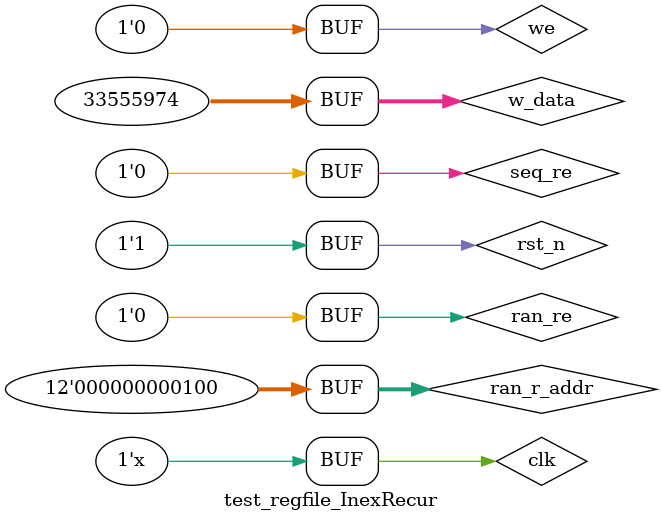
<source format=v>
`timescale 1ns / 1ps


module test_regfile_InexRecur(
    );
    reg clk;
    reg rst_n;

    reg we;
    reg [31:0] w_data;

    reg seq_re;

    reg ran_re;
    reg [11:0] ran_r_addr;

    wire [31:0] out_r_data;
    wire [11:0] out_r_addr;

    initial begin
        clk = 0;
        rst_n = 0;
        we = 0;
        seq_re = 0;
        ran_re = 0;
        #10
        rst_n = 1;
        #10
        we = 1;
        w_data = 32'h02_01_00_06;
        #10
        we = 0;
        seq_re =1;
        #10
        we = 1;
        seq_re = 0;
        w_data = 32'h01_00_00_06;
        #10
        we = 0;
        seq_re =1;
        #10
        we = 1;
        seq_re = 0;
        w_data = 32'h02_00_06_06;
        #10
        seq_re =1;
        we = 0;
        #10
        seq_re = 0;
        #10
        seq_re = 1;
        #10
        seq_re = 0;
        #20
        ran_re = 1;
        ran_r_addr = 2;
        #20
        ran_r_addr = 1;
        #20
        ran_r_addr = 0;
        #20
        ran_r_addr = 4;
        #20
        ran_re = 0;

    end

    always #5 clk = ~clk;

    regfile_InexRecur regfile_InexRecur_inst(
        .clk(clk), 
        .rst_n(rst_n), 
        
        .we(we),
        .w_data(w_data),

        .seq_re(seq_re),

        .ran_re(ran_re),
        .ran_r_addr(ran_r_addr),

        .r_addr(out_r_addr),
        .r_data(out_r_data)
    );
endmodule

</source>
